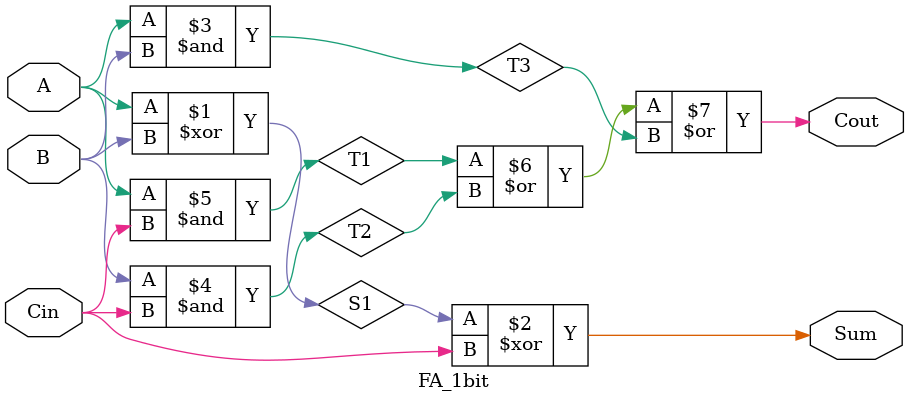
<source format=v>
`timescale 1ns / 1ps


module FA_1bit(A,B,Cin,Sum,Cout);
    input A;
    input B;
    input Cin;
    output Sum;
    output Cout;
    wire S1, T1, T2, T3;
  
    xor S1_(S1,A,B);
    xor Sum_(Sum,S1,Cin);
    
    and T3_(T3,A,B);
    and T2_(T2,B,Cin);
    and T1_(T1,A,Cin);
    
    or Cout_(Cout,T1,T2,T3);
  
endmodule
</source>
